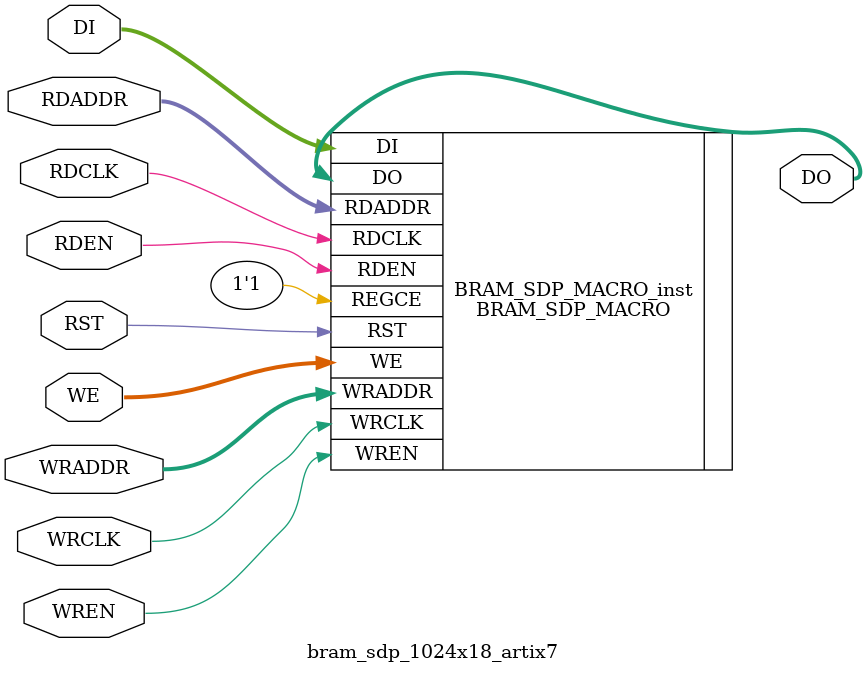
<source format=sv>
`default_nettype none
module bram_sdp_1024x18_artix7 #(
    parameter int EN_REGISTER_MODE = 0
) (
    input  wire         RDCLK,
    input  wire         WRCLK,
    input  wire         RST,
    input  wire         RDEN,
    input  wire         WREN,
    input  wire  [ 3:0] WE,
    input  wire  [ 9:0] RDADDR,
    input  wire  [ 9:0] WRADDR,
    input  wire  [17:0] DI,
    output logic [17:0] DO
);

    // BRAM_SDP_MACRO : In order to incorporate this function into the design,
    //   Verilog   : the following instance declaration needs to be placed
    //  instance   : in the body of the design code.  The instance name
    // declaration : (BRAM_SDP_MACRO_inst) and/or the port declarations within the
    //    code     : parenthesis may be changed to properly reference and
    //             : connect this function to the design.  All inputs
    //             : and outputs must be connected.

    //  <-----Cut code below this line---->

    // BRAM_SDP_MACRO: Simple Dual Port RAM
    //                 Artix-7
    // Xilinx HDL Language Template, version 2022.1

    ///////////////////////////////////////////////////////////////////////
    //  READ_WIDTH | BRAM_SIZE | READ Depth  | RDADDR Width |            //
    // WRITE_WIDTH |           | WRITE Depth | WRADDR Width |  WE Width  //
    // ============|===========|=============|==============|============//
    //    37-72    |  "36Kb"   |      512    |     9-bit    |    8-bit   //
    //    19-36    |  "36Kb"   |     1024    |    10-bit    |    4-bit   //
    //    19-36    |  "18Kb"   |      512    |     9-bit    |    4-bit   //
    //    10-18    |  "36Kb"   |     2048    |    11-bit    |    2-bit   //
    //    10-18    |  "18Kb"   |     1024    |    10-bit    |    2-bit   //
    //     5-9     |  "36Kb"   |     4096    |    12-bit    |    1-bit   //
    //     5-9     |  "18Kb"   |     2048    |    11-bit    |    1-bit   //
    //     3-4     |  "36Kb"   |     8192    |    13-bit    |    1-bit   //
    //     3-4     |  "18Kb"   |     4096    |    12-bit    |    1-bit   //
    //       2     |  "36Kb"   |    16384    |    14-bit    |    1-bit   //
    //       2     |  "18Kb"   |     8192    |    13-bit    |    1-bit   //
    //       1     |  "36Kb"   |    32768    |    15-bit    |    1-bit   //
    //       1     |  "18Kb"   |    16384    |    14-bit    |    1-bit   //
    ///////////////////////////////////////////////////////////////////////

    BRAM_SDP_MACRO #(
        .BRAM_SIZE("18Kb"),  // Target BRAM, "18Kb" or "36Kb" 
        .DEVICE("7SERIES"),  // Target device: "7SERIES" 
        .WRITE_WIDTH(18),  // Valid values are 1-72 (37-72 only valid when BRAM_SIZE="36Kb")
        .READ_WIDTH(18),  // Valid values are 1-72 (37-72 only valid when BRAM_SIZE="36Kb")
        .DO_REG(EN_REGISTER_MODE),  // Optional output register (0 or 1)
        .INIT_FILE("NONE"),
        .SIM_COLLISION_CHECK("ALL"),  // Collision check enable "ALL", "WARNING_ONLY",
                                      //   "GENERATE_X_ONLY" or "NONE" 
        .SRVAL(72'h000000000000000000),  // Set/Reset value for port output
        .INIT(72'h000000000000000000),  // Initial values on output port
        .WRITE_MODE("WRITE_FIRST"),  // Specify "READ_FIRST" for same clock or synchronous clocks
                                     //   Specify "WRITE_FIRST for asynchronous clocks on ports
        .INIT_00(256'h0000000000000000000000000000000000000000000000000000000000000000),
        .INIT_01(256'h0000000000000000000000000000000000000000000000000000000000000000),
        .INIT_02(256'h0000000000000000000000000000000000000000000000000000000000000000),
        .INIT_03(256'h0000000000000000000000000000000000000000000000000000000000000000),
        .INIT_04(256'h0000000000000000000000000000000000000000000000000000000000000000),
        .INIT_05(256'h0000000000000000000000000000000000000000000000000000000000000000),
        .INIT_06(256'h0000000000000000000000000000000000000000000000000000000000000000),
        .INIT_07(256'h0000000000000000000000000000000000000000000000000000000000000000),
        .INIT_08(256'h0000000000000000000000000000000000000000000000000000000000000000),
        .INIT_09(256'h0000000000000000000000000000000000000000000000000000000000000000),
        .INIT_0A(256'h0000000000000000000000000000000000000000000000000000000000000000),
        .INIT_0B(256'h0000000000000000000000000000000000000000000000000000000000000000),
        .INIT_0C(256'h0000000000000000000000000000000000000000000000000000000000000000),
        .INIT_0D(256'h0000000000000000000000000000000000000000000000000000000000000000),
        .INIT_0E(256'h0000000000000000000000000000000000000000000000000000000000000000),
        .INIT_0F(256'h0000000000000000000000000000000000000000000000000000000000000000),
        .INIT_10(256'h0000000000000000000000000000000000000000000000000000000000000000),
        .INIT_11(256'h0000000000000000000000000000000000000000000000000000000000000000),
        .INIT_12(256'h0000000000000000000000000000000000000000000000000000000000000000),
        .INIT_13(256'h0000000000000000000000000000000000000000000000000000000000000000),
        .INIT_14(256'h0000000000000000000000000000000000000000000000000000000000000000),
        .INIT_15(256'h0000000000000000000000000000000000000000000000000000000000000000),
        .INIT_16(256'h0000000000000000000000000000000000000000000000000000000000000000),
        .INIT_17(256'h0000000000000000000000000000000000000000000000000000000000000000),
        .INIT_18(256'h0000000000000000000000000000000000000000000000000000000000000000),
        .INIT_19(256'h0000000000000000000000000000000000000000000000000000000000000000),
        .INIT_1A(256'h0000000000000000000000000000000000000000000000000000000000000000),
        .INIT_1B(256'h0000000000000000000000000000000000000000000000000000000000000000),
        .INIT_1C(256'h0000000000000000000000000000000000000000000000000000000000000000),
        .INIT_1D(256'h0000000000000000000000000000000000000000000000000000000000000000),
        .INIT_1E(256'h0000000000000000000000000000000000000000000000000000000000000000),
        .INIT_1F(256'h0000000000000000000000000000000000000000000000000000000000000000),
        .INIT_20(256'h0000000000000000000000000000000000000000000000000000000000000000),
        .INIT_21(256'h0000000000000000000000000000000000000000000000000000000000000000),
        .INIT_22(256'h0000000000000000000000000000000000000000000000000000000000000000),
        .INIT_23(256'h0000000000000000000000000000000000000000000000000000000000000000),
        .INIT_24(256'h0000000000000000000000000000000000000000000000000000000000000000),
        .INIT_25(256'h0000000000000000000000000000000000000000000000000000000000000000),
        .INIT_26(256'h0000000000000000000000000000000000000000000000000000000000000000),
        .INIT_27(256'h0000000000000000000000000000000000000000000000000000000000000000),
        .INIT_28(256'h0000000000000000000000000000000000000000000000000000000000000000),
        .INIT_29(256'h0000000000000000000000000000000000000000000000000000000000000000),
        .INIT_2A(256'h0000000000000000000000000000000000000000000000000000000000000000),
        .INIT_2B(256'h0000000000000000000000000000000000000000000000000000000000000000),
        .INIT_2C(256'h0000000000000000000000000000000000000000000000000000000000000000),
        .INIT_2D(256'h0000000000000000000000000000000000000000000000000000000000000000),
        .INIT_2E(256'h0000000000000000000000000000000000000000000000000000000000000000),
        .INIT_2F(256'h0000000000000000000000000000000000000000000000000000000000000000),
        .INIT_30(256'h0000000000000000000000000000000000000000000000000000000000000000),
        .INIT_31(256'h0000000000000000000000000000000000000000000000000000000000000000),
        .INIT_32(256'h0000000000000000000000000000000000000000000000000000000000000000),
        .INIT_33(256'h0000000000000000000000000000000000000000000000000000000000000000),
        .INIT_34(256'h0000000000000000000000000000000000000000000000000000000000000000),
        .INIT_35(256'h0000000000000000000000000000000000000000000000000000000000000000),
        .INIT_36(256'h0000000000000000000000000000000000000000000000000000000000000000),
        .INIT_37(256'h0000000000000000000000000000000000000000000000000000000000000000),
        .INIT_38(256'h0000000000000000000000000000000000000000000000000000000000000000),
        .INIT_39(256'h0000000000000000000000000000000000000000000000000000000000000000),
        .INIT_3A(256'h0000000000000000000000000000000000000000000000000000000000000000),
        .INIT_3B(256'h0000000000000000000000000000000000000000000000000000000000000000),
        .INIT_3C(256'h0000000000000000000000000000000000000000000000000000000000000000),
        .INIT_3D(256'h0000000000000000000000000000000000000000000000000000000000000000),
        .INIT_3E(256'h0000000000000000000000000000000000000000000000000000000000000000),
        .INIT_3F(256'h0000000000000000000000000000000000000000000000000000000000000000),

        // The next set of INIT_xx are valid when configured as 36Kb
        .INIT_40(256'h0000000000000000000000000000000000000000000000000000000000000000),
        .INIT_41(256'h0000000000000000000000000000000000000000000000000000000000000000),
        .INIT_42(256'h0000000000000000000000000000000000000000000000000000000000000000),
        .INIT_43(256'h0000000000000000000000000000000000000000000000000000000000000000),
        .INIT_44(256'h0000000000000000000000000000000000000000000000000000000000000000),
        .INIT_45(256'h0000000000000000000000000000000000000000000000000000000000000000),
        .INIT_46(256'h0000000000000000000000000000000000000000000000000000000000000000),
        .INIT_47(256'h0000000000000000000000000000000000000000000000000000000000000000),
        .INIT_48(256'h0000000000000000000000000000000000000000000000000000000000000000),
        .INIT_49(256'h0000000000000000000000000000000000000000000000000000000000000000),
        .INIT_4A(256'h0000000000000000000000000000000000000000000000000000000000000000),
        .INIT_4B(256'h0000000000000000000000000000000000000000000000000000000000000000),
        .INIT_4C(256'h0000000000000000000000000000000000000000000000000000000000000000),
        .INIT_4D(256'h0000000000000000000000000000000000000000000000000000000000000000),
        .INIT_4E(256'h0000000000000000000000000000000000000000000000000000000000000000),
        .INIT_4F(256'h0000000000000000000000000000000000000000000000000000000000000000),
        .INIT_50(256'h0000000000000000000000000000000000000000000000000000000000000000),
        .INIT_51(256'h0000000000000000000000000000000000000000000000000000000000000000),
        .INIT_52(256'h0000000000000000000000000000000000000000000000000000000000000000),
        .INIT_53(256'h0000000000000000000000000000000000000000000000000000000000000000),
        .INIT_54(256'h0000000000000000000000000000000000000000000000000000000000000000),
        .INIT_55(256'h0000000000000000000000000000000000000000000000000000000000000000),
        .INIT_56(256'h0000000000000000000000000000000000000000000000000000000000000000),
        .INIT_57(256'h0000000000000000000000000000000000000000000000000000000000000000),
        .INIT_58(256'h0000000000000000000000000000000000000000000000000000000000000000),
        .INIT_59(256'h0000000000000000000000000000000000000000000000000000000000000000),
        .INIT_5A(256'h0000000000000000000000000000000000000000000000000000000000000000),
        .INIT_5B(256'h0000000000000000000000000000000000000000000000000000000000000000),
        .INIT_5C(256'h0000000000000000000000000000000000000000000000000000000000000000),
        .INIT_5D(256'h0000000000000000000000000000000000000000000000000000000000000000),
        .INIT_5E(256'h0000000000000000000000000000000000000000000000000000000000000000),
        .INIT_5F(256'h0000000000000000000000000000000000000000000000000000000000000000),
        .INIT_60(256'h0000000000000000000000000000000000000000000000000000000000000000),
        .INIT_61(256'h0000000000000000000000000000000000000000000000000000000000000000),
        .INIT_62(256'h0000000000000000000000000000000000000000000000000000000000000000),
        .INIT_63(256'h0000000000000000000000000000000000000000000000000000000000000000),
        .INIT_64(256'h0000000000000000000000000000000000000000000000000000000000000000),
        .INIT_65(256'h0000000000000000000000000000000000000000000000000000000000000000),
        .INIT_66(256'h0000000000000000000000000000000000000000000000000000000000000000),
        .INIT_67(256'h0000000000000000000000000000000000000000000000000000000000000000),
        .INIT_68(256'h0000000000000000000000000000000000000000000000000000000000000000),
        .INIT_69(256'h0000000000000000000000000000000000000000000000000000000000000000),
        .INIT_6A(256'h0000000000000000000000000000000000000000000000000000000000000000),
        .INIT_6B(256'h0000000000000000000000000000000000000000000000000000000000000000),
        .INIT_6C(256'h0000000000000000000000000000000000000000000000000000000000000000),
        .INIT_6D(256'h0000000000000000000000000000000000000000000000000000000000000000),
        .INIT_6E(256'h0000000000000000000000000000000000000000000000000000000000000000),
        .INIT_6F(256'h0000000000000000000000000000000000000000000000000000000000000000),
        .INIT_70(256'h0000000000000000000000000000000000000000000000000000000000000000),
        .INIT_71(256'h0000000000000000000000000000000000000000000000000000000000000000),
        .INIT_72(256'h0000000000000000000000000000000000000000000000000000000000000000),
        .INIT_73(256'h0000000000000000000000000000000000000000000000000000000000000000),
        .INIT_74(256'h0000000000000000000000000000000000000000000000000000000000000000),
        .INIT_75(256'h0000000000000000000000000000000000000000000000000000000000000000),
        .INIT_76(256'h0000000000000000000000000000000000000000000000000000000000000000),
        .INIT_77(256'h0000000000000000000000000000000000000000000000000000000000000000),
        .INIT_78(256'h0000000000000000000000000000000000000000000000000000000000000000),
        .INIT_79(256'h0000000000000000000000000000000000000000000000000000000000000000),
        .INIT_7A(256'h0000000000000000000000000000000000000000000000000000000000000000),
        .INIT_7B(256'h0000000000000000000000000000000000000000000000000000000000000000),
        .INIT_7C(256'h0000000000000000000000000000000000000000000000000000000000000000),
        .INIT_7D(256'h0000000000000000000000000000000000000000000000000000000000000000),
        .INIT_7E(256'h0000000000000000000000000000000000000000000000000000000000000000),
        .INIT_7F(256'h0000000000000000000000000000000000000000000000000000000000000000),

        // The next set of INITP_xx are for the parity bits
        .INITP_00(256'h0000000000000000000000000000000000000000000000000000000000000000),
        .INITP_01(256'h0000000000000000000000000000000000000000000000000000000000000000),
        .INITP_02(256'h0000000000000000000000000000000000000000000000000000000000000000),
        .INITP_03(256'h0000000000000000000000000000000000000000000000000000000000000000),
        .INITP_04(256'h0000000000000000000000000000000000000000000000000000000000000000),
        .INITP_05(256'h0000000000000000000000000000000000000000000000000000000000000000),
        .INITP_06(256'h0000000000000000000000000000000000000000000000000000000000000000),
        .INITP_07(256'h0000000000000000000000000000000000000000000000000000000000000000),

        // The next set of INITP_xx are valid when configured as 36Kb
        .INITP_08(256'h0000000000000000000000000000000000000000000000000000000000000000),
        .INITP_09(256'h0000000000000000000000000000000000000000000000000000000000000000),
        .INITP_0A(256'h0000000000000000000000000000000000000000000000000000000000000000),
        .INITP_0B(256'h0000000000000000000000000000000000000000000000000000000000000000),
        .INITP_0C(256'h0000000000000000000000000000000000000000000000000000000000000000),
        .INITP_0D(256'h0000000000000000000000000000000000000000000000000000000000000000),
        .INITP_0E(256'h0000000000000000000000000000000000000000000000000000000000000000),
        .INITP_0F(256'h0000000000000000000000000000000000000000000000000000000000000000)
    ) BRAM_SDP_MACRO_inst (
        .DO    (DO),      // Output read data port, width defined by READ_WIDTH parameter
        .DI    (DI),      // Input write data port, width defined by WRITE_WIDTH parameter
        .RDADDR(RDADDR),  // Input read address, width defined by read port depth
        .RDCLK (RDCLK),   // 1-bit input read clock
        .RDEN  (RDEN),    // 1-bit input read port enable
        .REGCE (1'b1),    // 1-bit input read output register enable
        .RST   (RST),     // 1-bit input reset
        .WE    (WE),      // Input write enable, width defined by write port depth
        .WRADDR(WRADDR),  // Input write address, width defined by write port depth
        .WRCLK (WRCLK),   // 1-bit input write clock
        .WREN  (WREN)     // 1-bit input write port enable
    );

    // End of BRAM_SDP_MACRO_inst instantiation

endmodule

`default_nettype wire

</source>
